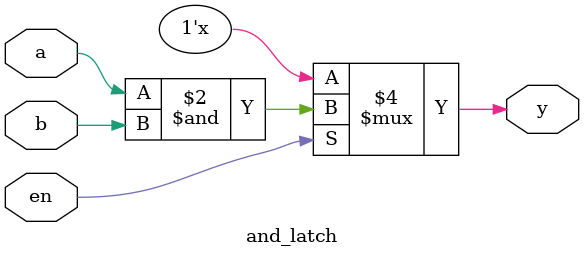
<source format=v>
module and_latch(
    input a,
    input b,
    input en,
    output reg y
);

always @(*) begin
    if(en)
        y = a & b;   // latch behaviour
end

endmodule

</source>
